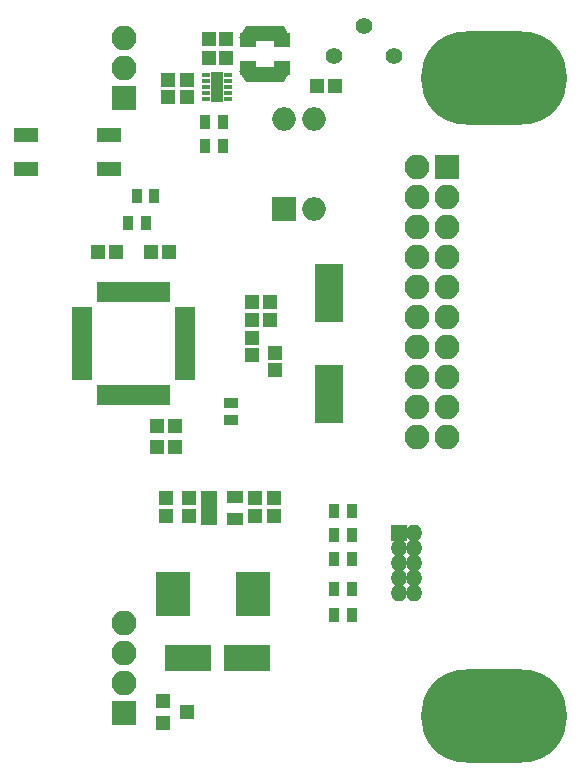
<source format=gts>
G04 #@! TF.FileFunction,Soldermask,Top*
%FSLAX46Y46*%
G04 Gerber Fmt 4.6, Leading zero omitted, Abs format (unit mm)*
G04 Created by KiCad (PCBNEW 4.0.7) date Saturday, June 23, 2018 'PMt' 03:12:16 PM*
%MOMM*%
%LPD*%
G01*
G04 APERTURE LIST*
%ADD10C,0.100000*%
%ADD11O,12.400000X7.900000*%
%ADD12R,1.700000X0.650000*%
%ADD13R,0.650000X1.700000*%
%ADD14R,2.100000X2.100000*%
%ADD15O,2.100000X2.100000*%
%ADD16R,1.150000X1.200000*%
%ADD17R,1.200000X1.150000*%
%ADD18R,1.300000X0.900000*%
%ADD19R,0.900000X1.300000*%
%ADD20R,1.460000X1.050000*%
%ADD21R,2.400000X4.900000*%
%ADD22R,2.100000X1.300000*%
%ADD23C,1.400000*%
%ADD24R,1.400000X1.290000*%
%ADD25R,2.400000X0.730000*%
%ADD26R,0.640000X0.390000*%
%ADD27R,0.980000X2.540000*%
%ADD28C,0.480000*%
%ADD29R,1.400000X1.400000*%
%ADD30O,1.400000X1.400000*%
%ADD31R,3.900000X2.200000*%
%ADD32R,2.900000X3.700000*%
%ADD33R,1.300000X1.200000*%
%ADD34R,2.000000X2.000000*%
%ADD35O,2.000000X2.000000*%
G04 APERTURE END LIST*
D10*
D11*
X265000000Y-114500000D03*
D12*
X238850000Y-85750000D03*
X238850000Y-85250000D03*
X238850000Y-84750000D03*
X238850000Y-84250000D03*
X238850000Y-83750000D03*
X238850000Y-83250000D03*
X238850000Y-82750000D03*
X238850000Y-82250000D03*
X238850000Y-81750000D03*
X238850000Y-81250000D03*
X238850000Y-80750000D03*
X238850000Y-80250000D03*
D13*
X237250000Y-78650000D03*
X236750000Y-78650000D03*
X236250000Y-78650000D03*
X235750000Y-78650000D03*
X235250000Y-78650000D03*
X234750000Y-78650000D03*
X234250000Y-78650000D03*
X233750000Y-78650000D03*
X233250000Y-78650000D03*
X232750000Y-78650000D03*
X232250000Y-78650000D03*
X231750000Y-78650000D03*
D12*
X230150000Y-80250000D03*
X230150000Y-80750000D03*
X230150000Y-81250000D03*
X230150000Y-81750000D03*
X230150000Y-82250000D03*
X230150000Y-82750000D03*
X230150000Y-83250000D03*
X230150000Y-83750000D03*
X230150000Y-84250000D03*
X230150000Y-84750000D03*
X230150000Y-85250000D03*
X230150000Y-85750000D03*
D13*
X231750000Y-87350000D03*
X232250000Y-87350000D03*
X232750000Y-87350000D03*
X233250000Y-87350000D03*
X233750000Y-87350000D03*
X234250000Y-87350000D03*
X234750000Y-87350000D03*
X235250000Y-87350000D03*
X235750000Y-87350000D03*
X236250000Y-87350000D03*
X236750000Y-87350000D03*
X237250000Y-87350000D03*
D14*
X261000000Y-68000000D03*
D15*
X258460000Y-68000000D03*
X261000000Y-70540000D03*
X258460000Y-70540000D03*
X261000000Y-73080000D03*
X258460000Y-73080000D03*
X261000000Y-75620000D03*
X258460000Y-75620000D03*
X261000000Y-78160000D03*
X258460000Y-78160000D03*
X261000000Y-80700000D03*
X258460000Y-80700000D03*
X261000000Y-83240000D03*
X258460000Y-83240000D03*
X261000000Y-85780000D03*
X258460000Y-85780000D03*
X261000000Y-88320000D03*
X258460000Y-88320000D03*
X261000000Y-90860000D03*
X258460000Y-90860000D03*
D16*
X246000000Y-79500000D03*
X246000000Y-81000000D03*
X244500000Y-79500000D03*
X244500000Y-81000000D03*
D17*
X238000000Y-91750000D03*
X236500000Y-91750000D03*
X238000000Y-90000000D03*
X236500000Y-90000000D03*
X237500000Y-75250000D03*
X236000000Y-75250000D03*
X231500000Y-75250000D03*
X233000000Y-75250000D03*
X251550000Y-61200000D03*
X250050000Y-61200000D03*
D16*
X237400000Y-62150000D03*
X237400000Y-60650000D03*
D17*
X240850000Y-57200000D03*
X242350000Y-57200000D03*
D16*
X237200000Y-97550000D03*
X237200000Y-96050000D03*
X246400000Y-97550000D03*
X246400000Y-96050000D03*
X246500000Y-83750000D03*
X246500000Y-85250000D03*
X244500000Y-82500000D03*
X244500000Y-84000000D03*
D18*
X242750000Y-88000000D03*
X242750000Y-89500000D03*
D19*
X235500000Y-72750000D03*
X234000000Y-72750000D03*
X251450000Y-101200000D03*
X252950000Y-101200000D03*
X236250000Y-70500000D03*
X234750000Y-70500000D03*
X252950000Y-97200000D03*
X251450000Y-97200000D03*
X251450000Y-99200000D03*
X252950000Y-99200000D03*
X251450000Y-106000000D03*
X252950000Y-106000000D03*
X251450000Y-103800000D03*
X252950000Y-103800000D03*
X242050000Y-66250000D03*
X240550000Y-66250000D03*
X240550000Y-64250000D03*
X242050000Y-64250000D03*
D20*
X240900000Y-95950000D03*
X240900000Y-96900000D03*
X240900000Y-97850000D03*
X243100000Y-97850000D03*
X243100000Y-95950000D03*
D21*
X251000000Y-87250000D03*
X251000000Y-78750000D03*
D22*
X225400000Y-68250000D03*
X225400000Y-65350000D03*
D14*
X233680000Y-62230000D03*
D15*
X233680000Y-59690000D03*
X233680000Y-57150000D03*
D22*
X232400000Y-68250000D03*
X232400000Y-65350000D03*
D23*
X254000000Y-56134000D03*
X251460000Y-58674000D03*
X256540000Y-58674000D03*
D10*
G36*
X247745000Y-57090000D02*
X243455000Y-57090000D01*
X244005000Y-56130000D01*
X247195000Y-56130000D01*
X247745000Y-57090000D01*
X247745000Y-57090000D01*
G37*
D24*
X244150000Y-57330000D03*
X247040000Y-57330000D03*
X247040000Y-59670000D03*
D10*
G36*
X243455000Y-59910000D02*
X247745000Y-59910000D01*
X247195000Y-60870000D01*
X244005000Y-60870000D01*
X243455000Y-59910000D01*
X243455000Y-59910000D01*
G37*
D24*
X244160000Y-59670000D03*
D25*
X245580000Y-57050000D03*
X245600000Y-59950000D03*
D26*
X240600000Y-60250000D03*
X240600000Y-60750000D03*
X240600000Y-61250000D03*
X240600000Y-61750000D03*
X240600000Y-62250000D03*
X242500000Y-62250000D03*
X242500000Y-61750000D03*
X242500000Y-61250000D03*
X242500000Y-60750000D03*
X242500000Y-60250000D03*
D27*
X241550000Y-61250000D03*
D28*
X241550000Y-61250000D03*
X241550000Y-62200000D03*
X241550000Y-60300000D03*
D29*
X256930000Y-99060000D03*
D30*
X258200000Y-99060000D03*
X256930000Y-100330000D03*
X258200000Y-100330000D03*
X256930000Y-101600000D03*
X258200000Y-101600000D03*
X256930000Y-102870000D03*
X258200000Y-102870000D03*
X256930000Y-104140000D03*
X258200000Y-104140000D03*
D14*
X233680000Y-114300000D03*
D15*
X233680000Y-111760000D03*
X233680000Y-109220000D03*
X233680000Y-106680000D03*
D11*
X265000000Y-60500000D03*
D16*
X239200000Y-97550000D03*
X239200000Y-96050000D03*
X239000000Y-62150000D03*
X239000000Y-60650000D03*
X244800000Y-97550000D03*
X244800000Y-96050000D03*
D17*
X240850000Y-58800000D03*
X242350000Y-58800000D03*
D31*
X244100000Y-109600000D03*
X239100000Y-109600000D03*
D32*
X244600000Y-104200000D03*
X237800000Y-104200000D03*
D33*
X237000000Y-113250000D03*
X237000000Y-115150000D03*
X239000000Y-114200000D03*
D34*
X247260000Y-71600000D03*
D35*
X249800000Y-63980000D03*
X249800000Y-71600000D03*
X247260000Y-63980000D03*
M02*

</source>
